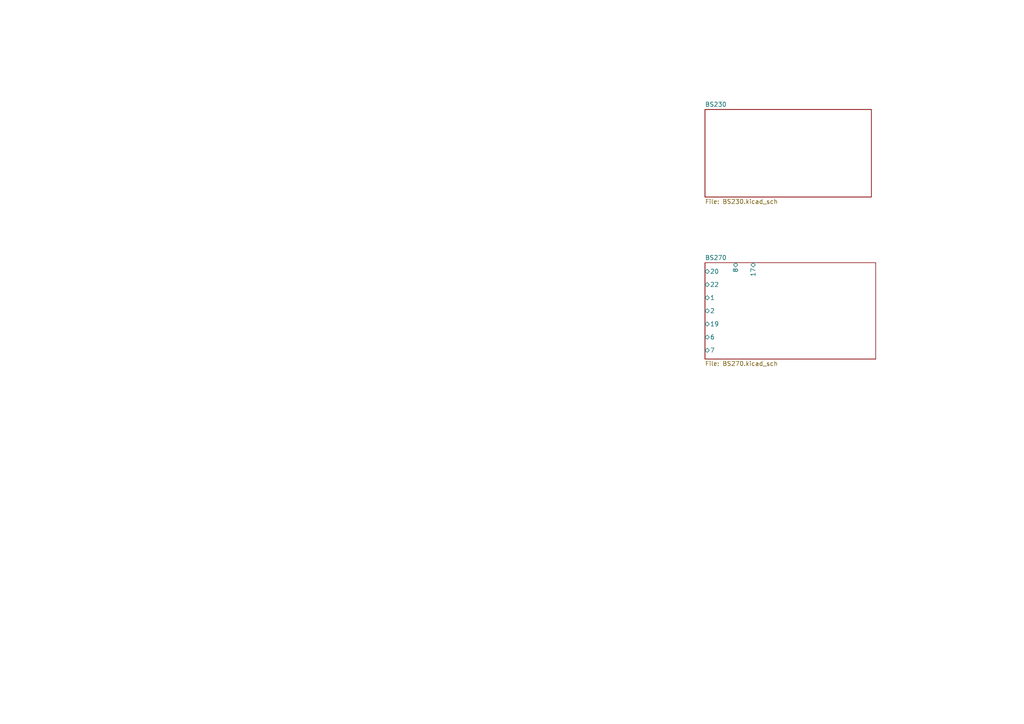
<source format=kicad_sch>
(kicad_sch (version 20211123) (generator eeschema)
  (paper "A4")
  (lib_symbols)
  (sheet (at 204.47 76.2) (size 49.53 27.94) (stroke (width 0.1524))
    (property "Sheet name" "BS270" (at 204.47 75.4884 0) (effects (justify left bottom)))
    (property "Sheet file" "BS270.kicad_sch" (at 204.47 104.7246 0) (effects (justify left top)))
    (pin "20" bidirectional (at 204.47 78.74 180))
    (pin "22" bidirectional (at 204.47 82.55 180))
    (pin "1" bidirectional (at 204.47 86.36 180))
    (pin "2" bidirectional (at 204.47 90.17 180))
    (pin "19" bidirectional (at 204.47 93.98 180))
    (pin "6" bidirectional (at 204.47 97.79 180))
    (pin "7" bidirectional (at 204.47 101.6 180))
    (pin "8" bidirectional (at 213.36 76.2 90))
    (pin "17" bidirectional (at 218.44 76.2 90))
  )
  (sheet (at 204.47 31.75) (size 48.26 25.4) (stroke (width 0.1524))
    (property "Sheet name" "BS230" (at 204.47 31.0384 0) (effects (justify left bottom)))
    (property "Sheet file" "BS230.kicad_sch" (at 204.47 57.7346 0) (effects (justify left top)))
  )
)
</source>
